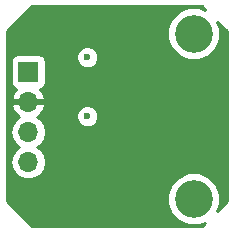
<source format=gbr>
G04 #@! TF.GenerationSoftware,KiCad,Pcbnew,(5.0.0-3-g5ebb6b6)*
G04 #@! TF.CreationDate,2020-02-18T17:20:26-05:00*
G04 #@! TF.ProjectId,Project,50726F6A6563742E6B696361645F7063,rev?*
G04 #@! TF.SameCoordinates,Original*
G04 #@! TF.FileFunction,Copper,L2,Bot,Signal*
G04 #@! TF.FilePolarity,Positive*
%FSLAX46Y46*%
G04 Gerber Fmt 4.6, Leading zero omitted, Abs format (unit mm)*
G04 Created by KiCad (PCBNEW (5.0.0-3-g5ebb6b6)) date Tuesday, February 18, 2020 at 05:20:26 PM*
%MOMM*%
%LPD*%
G01*
G04 APERTURE LIST*
G04 #@! TA.AperFunction,ComponentPad*
%ADD10R,1.700000X1.700000*%
G04 #@! TD*
G04 #@! TA.AperFunction,ComponentPad*
%ADD11O,1.700000X1.700000*%
G04 #@! TD*
G04 #@! TA.AperFunction,ComponentPad*
%ADD12C,3.200000*%
G04 #@! TD*
G04 #@! TA.AperFunction,ViaPad*
%ADD13C,0.600000*%
G04 #@! TD*
G04 #@! TA.AperFunction,Conductor*
%ADD14C,0.254000*%
G04 #@! TD*
G04 APERTURE END LIST*
D10*
G04 #@! TO.P,J1,1*
G04 #@! TO.N,VDD*
X100000000Y-101250000D03*
D11*
G04 #@! TO.P,J1,2*
G04 #@! TO.N,GND*
X100000000Y-103790000D03*
G04 #@! TO.P,J1,3*
G04 #@! TO.N,RX*
X100000000Y-106330000D03*
G04 #@! TO.P,J1,4*
G04 #@! TO.N,TX*
X100000000Y-108870000D03*
G04 #@! TD*
D12*
G04 #@! TO.P,MH1,*
G04 #@! TO.N,*
X114000000Y-98000000D03*
G04 #@! TD*
G04 #@! TO.P,MH2,*
G04 #@! TO.N,*
X114000000Y-112000000D03*
G04 #@! TD*
D13*
G04 #@! TO.N,GND*
X110250000Y-101000000D03*
X109750000Y-103750000D03*
G04 #@! TO.N,VDD*
X105000000Y-100000000D03*
G04 #@! TO.N,VBAT*
X105000000Y-105000000D03*
G04 #@! TD*
D14*
G04 #@! TO.N,GND*
G36*
X114984597Y-95988687D02*
X114444569Y-95765000D01*
X113555431Y-95765000D01*
X112733974Y-96105259D01*
X112105259Y-96733974D01*
X111765000Y-97555431D01*
X111765000Y-98444569D01*
X112105259Y-99266026D01*
X112733974Y-99894741D01*
X113555431Y-100235000D01*
X114444569Y-100235000D01*
X115266026Y-99894741D01*
X115894741Y-99266026D01*
X116235000Y-98444569D01*
X116235000Y-97555431D01*
X116011314Y-97015405D01*
X116790000Y-97794092D01*
X116790001Y-112205907D01*
X116011314Y-112984595D01*
X116235000Y-112444569D01*
X116235000Y-111555431D01*
X115894741Y-110733974D01*
X115266026Y-110105259D01*
X114444569Y-109765000D01*
X113555431Y-109765000D01*
X112733974Y-110105259D01*
X112105259Y-110733974D01*
X111765000Y-111555431D01*
X111765000Y-112444569D01*
X112105259Y-113266026D01*
X112733974Y-113894741D01*
X113555431Y-114235000D01*
X114444569Y-114235000D01*
X114984597Y-114011313D01*
X114705910Y-114290000D01*
X100294092Y-114290000D01*
X98210000Y-112205910D01*
X98210000Y-106330000D01*
X98485908Y-106330000D01*
X98601161Y-106909418D01*
X98929375Y-107400625D01*
X99227761Y-107600000D01*
X98929375Y-107799375D01*
X98601161Y-108290582D01*
X98485908Y-108870000D01*
X98601161Y-109449418D01*
X98929375Y-109940625D01*
X99420582Y-110268839D01*
X99853744Y-110355000D01*
X100146256Y-110355000D01*
X100579418Y-110268839D01*
X101070625Y-109940625D01*
X101398839Y-109449418D01*
X101514092Y-108870000D01*
X101398839Y-108290582D01*
X101070625Y-107799375D01*
X100772239Y-107600000D01*
X101070625Y-107400625D01*
X101398839Y-106909418D01*
X101514092Y-106330000D01*
X101398839Y-105750582D01*
X101070625Y-105259375D01*
X100751522Y-105046157D01*
X100881358Y-104985183D01*
X101037347Y-104814017D01*
X104065000Y-104814017D01*
X104065000Y-105185983D01*
X104207345Y-105529635D01*
X104470365Y-105792655D01*
X104814017Y-105935000D01*
X105185983Y-105935000D01*
X105529635Y-105792655D01*
X105792655Y-105529635D01*
X105935000Y-105185983D01*
X105935000Y-104814017D01*
X105792655Y-104470365D01*
X105529635Y-104207345D01*
X105185983Y-104065000D01*
X104814017Y-104065000D01*
X104470365Y-104207345D01*
X104207345Y-104470365D01*
X104065000Y-104814017D01*
X101037347Y-104814017D01*
X101271645Y-104556924D01*
X101441476Y-104146890D01*
X101320155Y-103917000D01*
X100127000Y-103917000D01*
X100127000Y-103937000D01*
X99873000Y-103937000D01*
X99873000Y-103917000D01*
X98679845Y-103917000D01*
X98558524Y-104146890D01*
X98728355Y-104556924D01*
X99118642Y-104985183D01*
X99248478Y-105046157D01*
X98929375Y-105259375D01*
X98601161Y-105750582D01*
X98485908Y-106330000D01*
X98210000Y-106330000D01*
X98210000Y-100400000D01*
X98502560Y-100400000D01*
X98502560Y-102100000D01*
X98551843Y-102347765D01*
X98692191Y-102557809D01*
X98902235Y-102698157D01*
X99005708Y-102718739D01*
X98728355Y-103023076D01*
X98558524Y-103433110D01*
X98679845Y-103663000D01*
X99873000Y-103663000D01*
X99873000Y-103643000D01*
X100127000Y-103643000D01*
X100127000Y-103663000D01*
X101320155Y-103663000D01*
X101441476Y-103433110D01*
X101271645Y-103023076D01*
X100994292Y-102718739D01*
X101097765Y-102698157D01*
X101307809Y-102557809D01*
X101448157Y-102347765D01*
X101497440Y-102100000D01*
X101497440Y-100400000D01*
X101448157Y-100152235D01*
X101307809Y-99942191D01*
X101115985Y-99814017D01*
X104065000Y-99814017D01*
X104065000Y-100185983D01*
X104207345Y-100529635D01*
X104470365Y-100792655D01*
X104814017Y-100935000D01*
X105185983Y-100935000D01*
X105529635Y-100792655D01*
X105792655Y-100529635D01*
X105935000Y-100185983D01*
X105935000Y-99814017D01*
X105792655Y-99470365D01*
X105529635Y-99207345D01*
X105185983Y-99065000D01*
X104814017Y-99065000D01*
X104470365Y-99207345D01*
X104207345Y-99470365D01*
X104065000Y-99814017D01*
X101115985Y-99814017D01*
X101097765Y-99801843D01*
X100850000Y-99752560D01*
X99150000Y-99752560D01*
X98902235Y-99801843D01*
X98692191Y-99942191D01*
X98551843Y-100152235D01*
X98502560Y-100400000D01*
X98210000Y-100400000D01*
X98210000Y-97794090D01*
X100294092Y-95710000D01*
X114705910Y-95710000D01*
X114984597Y-95988687D01*
X114984597Y-95988687D01*
G37*
X114984597Y-95988687D02*
X114444569Y-95765000D01*
X113555431Y-95765000D01*
X112733974Y-96105259D01*
X112105259Y-96733974D01*
X111765000Y-97555431D01*
X111765000Y-98444569D01*
X112105259Y-99266026D01*
X112733974Y-99894741D01*
X113555431Y-100235000D01*
X114444569Y-100235000D01*
X115266026Y-99894741D01*
X115894741Y-99266026D01*
X116235000Y-98444569D01*
X116235000Y-97555431D01*
X116011314Y-97015405D01*
X116790000Y-97794092D01*
X116790001Y-112205907D01*
X116011314Y-112984595D01*
X116235000Y-112444569D01*
X116235000Y-111555431D01*
X115894741Y-110733974D01*
X115266026Y-110105259D01*
X114444569Y-109765000D01*
X113555431Y-109765000D01*
X112733974Y-110105259D01*
X112105259Y-110733974D01*
X111765000Y-111555431D01*
X111765000Y-112444569D01*
X112105259Y-113266026D01*
X112733974Y-113894741D01*
X113555431Y-114235000D01*
X114444569Y-114235000D01*
X114984597Y-114011313D01*
X114705910Y-114290000D01*
X100294092Y-114290000D01*
X98210000Y-112205910D01*
X98210000Y-106330000D01*
X98485908Y-106330000D01*
X98601161Y-106909418D01*
X98929375Y-107400625D01*
X99227761Y-107600000D01*
X98929375Y-107799375D01*
X98601161Y-108290582D01*
X98485908Y-108870000D01*
X98601161Y-109449418D01*
X98929375Y-109940625D01*
X99420582Y-110268839D01*
X99853744Y-110355000D01*
X100146256Y-110355000D01*
X100579418Y-110268839D01*
X101070625Y-109940625D01*
X101398839Y-109449418D01*
X101514092Y-108870000D01*
X101398839Y-108290582D01*
X101070625Y-107799375D01*
X100772239Y-107600000D01*
X101070625Y-107400625D01*
X101398839Y-106909418D01*
X101514092Y-106330000D01*
X101398839Y-105750582D01*
X101070625Y-105259375D01*
X100751522Y-105046157D01*
X100881358Y-104985183D01*
X101037347Y-104814017D01*
X104065000Y-104814017D01*
X104065000Y-105185983D01*
X104207345Y-105529635D01*
X104470365Y-105792655D01*
X104814017Y-105935000D01*
X105185983Y-105935000D01*
X105529635Y-105792655D01*
X105792655Y-105529635D01*
X105935000Y-105185983D01*
X105935000Y-104814017D01*
X105792655Y-104470365D01*
X105529635Y-104207345D01*
X105185983Y-104065000D01*
X104814017Y-104065000D01*
X104470365Y-104207345D01*
X104207345Y-104470365D01*
X104065000Y-104814017D01*
X101037347Y-104814017D01*
X101271645Y-104556924D01*
X101441476Y-104146890D01*
X101320155Y-103917000D01*
X100127000Y-103917000D01*
X100127000Y-103937000D01*
X99873000Y-103937000D01*
X99873000Y-103917000D01*
X98679845Y-103917000D01*
X98558524Y-104146890D01*
X98728355Y-104556924D01*
X99118642Y-104985183D01*
X99248478Y-105046157D01*
X98929375Y-105259375D01*
X98601161Y-105750582D01*
X98485908Y-106330000D01*
X98210000Y-106330000D01*
X98210000Y-100400000D01*
X98502560Y-100400000D01*
X98502560Y-102100000D01*
X98551843Y-102347765D01*
X98692191Y-102557809D01*
X98902235Y-102698157D01*
X99005708Y-102718739D01*
X98728355Y-103023076D01*
X98558524Y-103433110D01*
X98679845Y-103663000D01*
X99873000Y-103663000D01*
X99873000Y-103643000D01*
X100127000Y-103643000D01*
X100127000Y-103663000D01*
X101320155Y-103663000D01*
X101441476Y-103433110D01*
X101271645Y-103023076D01*
X100994292Y-102718739D01*
X101097765Y-102698157D01*
X101307809Y-102557809D01*
X101448157Y-102347765D01*
X101497440Y-102100000D01*
X101497440Y-100400000D01*
X101448157Y-100152235D01*
X101307809Y-99942191D01*
X101115985Y-99814017D01*
X104065000Y-99814017D01*
X104065000Y-100185983D01*
X104207345Y-100529635D01*
X104470365Y-100792655D01*
X104814017Y-100935000D01*
X105185983Y-100935000D01*
X105529635Y-100792655D01*
X105792655Y-100529635D01*
X105935000Y-100185983D01*
X105935000Y-99814017D01*
X105792655Y-99470365D01*
X105529635Y-99207345D01*
X105185983Y-99065000D01*
X104814017Y-99065000D01*
X104470365Y-99207345D01*
X104207345Y-99470365D01*
X104065000Y-99814017D01*
X101115985Y-99814017D01*
X101097765Y-99801843D01*
X100850000Y-99752560D01*
X99150000Y-99752560D01*
X98902235Y-99801843D01*
X98692191Y-99942191D01*
X98551843Y-100152235D01*
X98502560Y-100400000D01*
X98210000Y-100400000D01*
X98210000Y-97794090D01*
X100294092Y-95710000D01*
X114705910Y-95710000D01*
X114984597Y-95988687D01*
G04 #@! TD*
M02*

</source>
